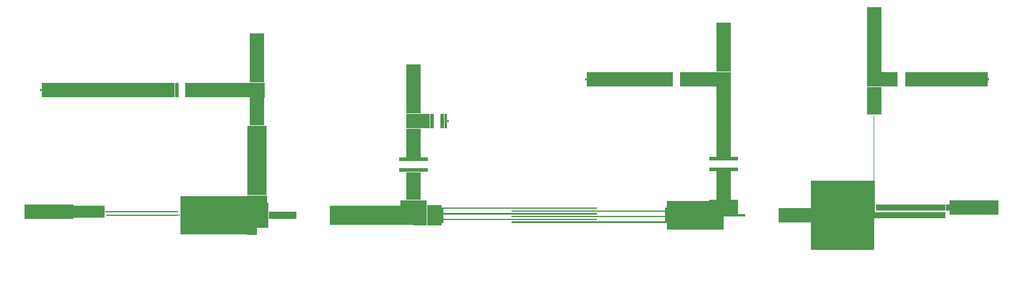
<source format=gbr>
G04 ===== Begin FILE IDENTIFICATION =====*
G04 File Format:  Gerber RS274X*
G04 ===== End FILE IDENTIFICATION =====*
%FSLAX24Y24*%
%MOIN*%
%SFA1.0000B1.0000*%
%OFA0.0B0.0*%
%ADD14R,0.393696X0.110923*%
%ADD15R,0.145174X0.028645*%
%ADD16R,0.084610X0.112496*%
%ADD17R,0.082283X0.157480*%
%ADD18R,0.082306X0.163676*%
%ADD19R,0.050348X0.082306*%
%ADD20R,0.017909X0.082306*%
%ADD21R,0.007874X0.015748*%
%ADD22C,0.007874*%
%ADD23R,0.082306X0.275810*%
%ADD24R,0.235727X0.158765*%
%ADD25R,0.041532X0.013751*%
%ADD26R,0.180475X0.082283*%
%ADD27R,0.354002X0.385290*%
%ADD28R,0.007941X0.031954*%
%ADD29R,0.001761X0.368878*%
%ADD30R,0.086891X0.082306*%
%ADD31R,0.462106X0.082306*%
%ADD32R,0.082306X0.361907*%
%ADD33R,0.388309X0.031954*%
%ADD34R,0.022480X0.031954*%
%ADD35R,0.275591X0.082283*%
%ADD36R,0.162037X0.007883*%
%ADD37R,0.082283X0.158438*%
%ADD38R,0.082306X0.393515*%
%ADD39R,0.082306X0.275591*%
%ADD40R,0.182615X0.082306*%
%ADD41R,0.157480X0.042337*%
%ADD42R,0.007874X0.143970*%
%ADD43R,0.109879X0.391015*%
%ADD44R,0.376241X0.218293*%
%ADD45R,0.008925X0.011631*%
%ADD46R,0.401165X0.011631*%
%ADD47R,0.008772X0.011631*%
%ADD48R,0.173377X0.070924*%
%ADD49R,0.339034X0.082306*%
%ADD50R,0.744339X0.082306*%
%ADD51R,0.164567X0.019685*%
%ADD52R,0.019685X0.082283*%
%LNcond*%
%IPPOS*%
%LPD*%
G75*
D14*
X3827Y0D03*
G36*
G01X7247Y-562D02*
G01Y562D01*
G01X5795D01*
G01Y-555D01*
G01X6521D01*
G01Y-562D01*
G01X7247D01*
G37*
D15*
X6521Y706D03*
D16*
X7670Y0D03*
D17*
X6521Y1636D03*
G36*
G01X8093Y433D02*
G01X16761D01*
G01Y354D01*
G01X8186D01*
G01Y118D01*
G01X16761D01*
G01Y39D01*
G01X8186D01*
G01Y-197D01*
G01X16761D01*
G01Y-276D01*
G01X8186D01*
G01Y-433D01*
G01X8093D01*
G01Y433D01*
G37*
G36*
G01X20636Y-433D02*
G01X11968D01*
G01Y-354D01*
G01X20543D01*
G01Y-118D01*
G01X11968D01*
G01Y-39D01*
G01X20543D01*
G01Y197D01*
G01X11968D01*
G01Y276D01*
G01X20543D01*
G01Y433D01*
G01X20636D01*
G01Y-433D01*
G37*
D18*
X6521Y4030D03*
G36*
G01X6110Y5671D02*
G01X6933D01*
G01Y4848D01*
G01X6110D01*
G01Y5671D01*
G37*
D19*
X7184Y5259D03*
D20*
X8313D03*
D21*
X38597Y7598D03*
D22*
X38558D03*
D23*
X6521Y7050D03*
D24*
X21815Y0D03*
G36*
G01X24614Y-69D02*
G01Y794D01*
G01X22993D01*
G01Y-794D01*
G01X23804D01*
G01Y-69D01*
G01X24614D01*
G37*
D25*
X24821Y0D03*
D26*
X27790Y0D03*
D27*
X30462Y0D03*
G36*
G01X32232Y-160D02*
G01Y1926D01*
G01X32215D01*
G01Y-1926D01*
G01X32223D01*
G01Y-160D01*
G01X32232D01*
G37*
D28*
X32272Y0D03*
D29*
X32223Y3771D03*
D17*
Y6403D03*
G36*
G01X31812Y8013D02*
G01X32635D01*
G01Y7190D01*
G01X31812D01*
G01Y7602D01*
G01Y8013D01*
G37*
D30*
X33069Y7602D03*
D31*
X36248Y7598D03*
D21*
X8442Y5259D03*
D22*
X8403D03*
D32*
X32223Y9823D03*
D33*
X34253Y431D03*
Y0D03*
D34*
X36307Y431D03*
D35*
X37797D03*
D36*
X23804Y833D03*
D37*
Y1665D03*
D38*
Y5212D03*
G36*
G01X24215Y8003D02*
G01X23392D01*
G01Y7180D01*
G01X24215D01*
G01Y8003D01*
G37*
D39*
X23804Y9381D03*
D40*
X22479Y7591D03*
D31*
X18468D03*
D21*
X16118D03*
D22*
X16157D03*
D41*
X-787Y0D03*
D42*
X-1614Y0D03*
G36*
G01X-1654Y-720D02*
G01Y1091D01*
G01X-2752D01*
G01Y-1091D01*
G01X-2203D01*
G01Y-720D01*
G01X-1654D01*
G37*
D43*
X-2203Y3047D03*
D44*
X-4634Y0D03*
D45*
X-6559Y0D03*
D46*
X-8610Y197D03*
Y0D03*
D47*
X-10660Y197D03*
D48*
X-11570D03*
D35*
X-13815D03*
D17*
X-2203Y5789D03*
G36*
G01X-1791Y7399D02*
G01X-2614D01*
G01Y6576D01*
G01X-1792D01*
G01Y6988D01*
G01X-1791D01*
G01Y7399D01*
G37*
D49*
X-4310Y6988D03*
D50*
X-10514D03*
D21*
X-14275D03*
D22*
X-14236D03*
D39*
X-2203Y8777D03*
D51*
X23804Y2555D03*
Y3146D03*
X6521Y3113D03*
Y2522D03*
D52*
X21468Y7591D03*
X20877D03*
X8125Y5259D03*
X7535D03*
X-6694Y6988D03*
X-6103D03*
M02*


</source>
